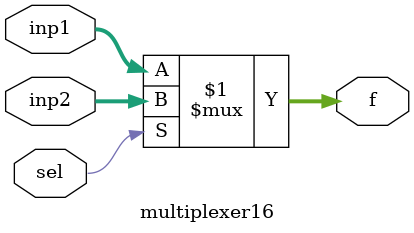
<source format=v>
module condSumAdder16(Sum, Cout, x, y, Cin);
	input Cin;
	input [15:0] x;
	input [15:0] y;
	output wire [15:0] Sum;
	output wire Cout;
	
	wire S00010; //Naming [ 'S'um or 'C'arryout][ Number( 00, 01,..., 15)][ Block width( 01, 02, 04, 08, 16)][ Carry In( 0, 1)]
	wire S01010;
	wire S02010;
	wire S03010;
	wire S04010;
	wire S05010;
	wire S06010;
	wire S07010;
	wire S08010;
	wire S09010;
	wire S10010;
	wire S11010;
	wire S12010;
	wire S13010;
	wire S14010;
	wire S15010;
	
	wire C00010; // carry
	wire C01010;
	wire C02010;
	wire C03010;
	wire C04010;
	wire C05010;
	wire C06010;
	wire C07010;
	wire C08010;
	wire C09010;
	wire C10010;
	wire C11010;
	wire C12010;
	wire C13010;
	wire C14010;
	wire C15010;
	
	
	wire S00011; //block width 1 and carry in 1
	wire S01011;
	wire S02011;
	wire S03011;
	wire S04011;
	wire S05011;
	wire S06011;
	wire S07011;
	wire S08011;
	wire S09011;
	wire S10011;
	wire S11011;
	wire S12011;
	wire S13011;
	wire S14011;
	wire S15011;
	
	wire C00011;// carry
	wire C01011;
	wire C02011;
	wire C03011;
	wire C04011;
	wire C05011;
	wire C06011;
	wire C07011;
	wire C08011;
	wire C09011;
	wire C10011;
	wire C11011;
	wire C12011;
	wire C13011;
	wire C14011;
	wire C15011;
	
	
	wire [1:0] S00020; //block width 2 and carry in 0
	wire [1:0] S01020;
	wire [1:0] S02020;
	wire [1:0] S03020;
	wire [1:0] S04020;
	wire [1:0] S05020;
	wire [1:0] S06020;
	wire [1:0] S07020;
	
	wire C00020; // carry
	wire C01020;
	wire C02020;
	wire C03020;
	wire C04020;
	wire C05020;
	wire C06020;
	wire C07020;
	
	
	wire [1:0] S00021; //block width 2 and carry in 1
	wire [1:0] S01021;
	wire [1:0] S02021;
	wire [1:0] S03021;
	wire [1:0] S04021;
	wire [1:0] S05021;
	wire [1:0] S06021;
	wire [1:0] S07021;
	
	wire C00021;// carry
	wire C01021;
	wire C02021;
	wire C03021;
	wire C04021;
	wire C05021;
	wire C06021;
	wire C07021;
	
	
	wire [3:0] S00040; //block width 4 and carry in 0
	wire [3:0] S01040;
	wire [3:0] S02040;
	wire [3:0] S03040;
	
	wire C00040; // carry
	wire C01040;
	wire C02040;
	wire C03040;
	
	
	wire [3:0] S00041; //block width 4 and carry in 1
	wire [3:0] S01041;
	wire [3:0] S02041;
	wire [3:0] S03041;
	
	wire C00041;// carry
	wire C01041;
	wire C02041;
	wire C03041;
	
	
	wire [7:0] S00080; //block width 8 and carry in 0
	wire [7:0] S01080;
	
	wire C00080; // carry
	wire C01080;
	
	
	wire [7:0] S00081; //block width 8 and carry in 1
	wire [7:0] S01081;
	
	wire C00081;// carry
	wire C01081;
	
	
	wire [15:0] S00160; //block width 16 and carry in 0
	
	wire C00160; // carry
	
	
	wire [15:0] S00161; //block width 16 and carry in 1
	
	wire C00161;// carry

	
	wire tempC01;
	wire tempC02;
	wire tempC03;
	wire tempC04;
	wire tempC05;
	wire tempC06;
	wire tempC07;
	wire tempC08;
	wire tempC09;
	wire tempC10;
	wire tempC11;
	wire tempC12;
	wire tempC13;
	wire tempC14;
	wire tempC15;
	wire tempC16;
	wire tempC17;
	wire tempC18;
	wire tempC19;
	wire tempC20;
	wire tempC21;
	wire tempC22;
	wire tempC23;
	wire tempC24;
	wire tempC25;
	wire tempC26;
	wire tempC27;
	wire tempC28;
	wire tempC29;
	wire tempC30;
	

	//full adder for cin 0 
	fullAdder1 inst01(S00010, C00010, x[0], y[0], 1'b0);
	fullAdder1 inst02(S01010, C01010, x[1], y[1], 1'b0);
	fullAdder1 inst03(S02010, C02010, x[2], y[2], 1'b0);
	fullAdder1 inst04(S03010, C03010, x[3], y[3], 1'b0);
	fullAdder1 inst05(S04010, C04010, x[4], y[4], 1'b0);
	fullAdder1 inst06(S05010, C05010, x[5], y[5], 1'b0);
	fullAdder1 inst07(S06010, C06010, x[6], y[6], 1'b0);
	fullAdder1 inst08(S07010, C07010, x[7], y[7], 1'b0);
	fullAdder1 inst09(S08010, C08010, x[8], y[8], 1'b0);
	fullAdder1 inst10(S09010, C09010, x[9], y[9], 1'b0);
	fullAdder1 inst11(S10010, C10010, x[10], y[10], 1'b0);
	fullAdder1 inst12(S11010, C11010, x[11], y[11], 1'b0);
	fullAdder1 inst13(S12010, C12010, x[12], y[12], 1'b0);
	fullAdder1 inst14(S13010, C13010, x[13], y[13], 1'b0);
	fullAdder1 inst15(S14010, C14010, x[14], y[14], 1'b0);
	fullAdder1 inst16(S15010, C15010, x[15], y[15], 1'b0);
	
	//full adder for cin 1 
	fullAdder1 inst17(S00011, C00011, x[0], y[0], 1'b1);
	fullAdder1 inst18(S01011, C01011, x[1], y[1], 1'b1);
	fullAdder1 inst19(S02011, C02011, x[2], y[2], 1'b1);
	fullAdder1 inst20(S03011, C03011, x[3], y[3], 1'b1);
	fullAdder1 inst21(S04011, C04011, x[4], y[4], 1'b1);
	fullAdder1 inst22(S05011, C05011, x[5], y[5], 1'b1);
	fullAdder1 inst23(S06011, C06011, x[6], y[6], 1'b1);
	fullAdder1 inst24(S07011, C07011, x[7], y[7], 1'b1);
	fullAdder1 inst25(S08011, C08011, x[8], y[8], 1'b1);
	fullAdder1 inst26(S09011, C09011, x[9], y[9], 1'b1);
	fullAdder1 inst27(S10011, C10011, x[10], y[10], 1'b1);
	fullAdder1 inst28(S11011, C11011, x[11], y[11], 1'b1);
	fullAdder1 inst29(S12011, C12011, x[12], y[12], 1'b1);
	fullAdder1 inst30(S13011, C13011, x[13], y[13], 1'b1);
	fullAdder1 inst31(S14011, C14011, x[14], y[14], 1'b1);
	fullAdder1 inst32(S15011, C15011, x[15], y[15], 1'b1);

		
	//mux for block width 2 carry in 0
	multiplexer01 inst33( {tempC01,S00020[0]}, {C00010,S00010}, {C00011,S00011}, 1'b0);
	multiplexer01 inst34( {C00020,S00020[1]}, {C01010,S01010}, {C01011,S01011}, tempC01);
	multiplexer01 inst35( {tempC02,S01020[0]}, {C02010,S02010}, {C02011,S02011}, 1'b0);
	multiplexer01 inst36( {C01020,S01020[1]}, {C03010,S03010}, {C03011,S03011}, tempC02);
	multiplexer01 inst37( {tempC03,S02020[0]}, {C04010,S04010}, {C04011,S04011}, 1'b0);
	multiplexer01 inst38( {C02020,S02020[1]}, {C05010,S05010}, {C05011,S05011}, tempC03);
	multiplexer01 inst39( {tempC04,S03020[0]}, {C06010,S06010}, {C06011,S06011}, 1'b0);
	multiplexer01 inst40( {C03020,S03020[1]}, {C07010,S07010}, {C07011,S07011}, tempC04);
	multiplexer01 inst41( {tempC05,S04020[0]}, {C08010,S08010}, {C08011,S08011}, 1'b0);
	multiplexer01 inst42( {C04020,S04020[1]}, {C09010,S09010}, {C09011,S09011}, tempC05);
	multiplexer01 inst43( {tempC06,S05020[0]}, {C10010,S10010}, {C10011,S10011}, 1'b0);
	multiplexer01 inst44( {C05020,S05020[1]}, {C11010,S11010}, {C11011,S11011}, tempC06);
	multiplexer01 inst45( {tempC07,S06020[0]}, {C12010,S12010}, {C12011,S12011}, 1'b0);
	multiplexer01 inst46( {C06020,S06020[1]}, {C13010,S13010}, {C13011,S13011}, tempC07);
	multiplexer01 inst47( {tempC08,S07020[0]}, {C14010,S14010}, {C14011,S14011}, 1'b0);
	multiplexer01 inst48( {C07020,S07020[1]}, {C15010,S15010}, {C15011,S15011}, tempC08);

	//mux for block width 2 carry in 1
	multiplexer01 inst49( {tempC09,S00021[0]}, {C00010,S00010}, {C00011,S00011}, 1'b1);
	multiplexer01 inst50( {C00021,S00021[1]}, {C01010,S01010}, {C01011,S01011}, tempC09);
	multiplexer01 inst51( {tempC10,S01021[0]}, {C02010,S02010}, {C02011,S02011}, 1'b1);
	multiplexer01 inst52( {C01021,S01021[1]}, {C03010,S03010}, {C03011,S03011}, tempC10);
	multiplexer01 inst53( {tempC11,S02021[0]}, {C04010,S04010}, {C04011,S04011}, 1'b1);
	multiplexer01 inst54( {C02021,S02021[1]}, {C05010,S05010}, {C05011,S05011}, tempC11);
	multiplexer01 inst55( {tempC12,S03021[0]}, {C06010,S06010}, {C06011,S06011}, 1'b1);
	multiplexer01 inst56( {C03021,S03021[1]}, {C07010,S07010}, {C07011,S07011}, tempC12);
	multiplexer01 inst57( {tempC13,S04021[0]}, {C08010,S08010}, {C08011,S08011}, 1'b1);
	multiplexer01 inst58( {C04021,S04021[1]}, {C09010,S09010}, {C09011,S09011}, tempC13);
	multiplexer01 inst59( {tempC14,S05021[0]}, {C10010,S10010}, {C10011,S10011}, 1'b1);
	multiplexer01 inst60( {C05021,S05021[1]}, {C11010,S11010}, {C11011,S11011}, tempC14);
	multiplexer01 inst61( {tempC15,S06021[0]}, {C12010,S12010}, {C12011,S12011}, 1'b1);
	multiplexer01 inst62( {C06021,S06021[1]}, {C13010,S13010}, {C13011,S13011}, tempC15);
	multiplexer01 inst63( {tempC16,S07021[0]}, {C14010,S14010}, {C14011,S14011}, 1'b1);
	multiplexer01 inst64( {C07021,S07021[1]}, {C15010,S15010}, {C15011,S15011}, tempC16);
	
	
	//mux for block width 2 carry in 0
	multiplexer02 inst65( {tempC17,S00040[1:0]}, {C00020,S00020[1:0]}, {C00021,S00021[1:0]}, 1'b0);
	multiplexer02 inst66( {C00040,S00040[3:2]}, {C01020,S01020[1:0]}, {C01021,S01021[1:0]}, tempC17);
	multiplexer02 inst67( {tempC18,S01040[1:0]}, {C02020,S02020[1:0]}, {C02021,S02021[1:0]}, 1'b0);
	multiplexer02 inst68( {C01040,S01040[3:2]}, {C03020,S03020[1:0]}, {C03021,S03021[1:0]}, tempC18);
	multiplexer02 inst69( {tempC19,S02040[1:0]}, {C04020,S04020[1:0]}, {C04021,S04021[1:0]}, 1'b0);
	multiplexer02 inst70( {C02040,S02040[3:2]}, {C05020,S05020[1:0]}, {C05021,S05021[1:0]}, tempC19);
	multiplexer02 inst71( {tempC20,S03040[1:0]}, {C06020,S06020[1:0]}, {C06021,S06021[1:0]}, 1'b0);
	multiplexer02 inst72( {C03040,S03040[3:2]}, {C07020,S07020[1:0]}, {C07021,S07021[1:0]}, tempC20);

	//mux for block width 2 carry in 1
	multiplexer02 inst73( {tempC21,S00041[1:0]}, {C00020,S00020[1:0]}, {C00021,S00021[1:0]}, 1'b1);
	multiplexer02 inst74( {C00041,S00041[3:2]}, {C01020,S01020[1:0]}, {C01021,S01021[1:0]}, tempC21);
	multiplexer02 inst75( {tempC22,S01041[1:0]}, {C02020,S02020[1:0]}, {C02021,S02021[1:0]}, 1'b1);
	multiplexer02 inst76( {C01041,S01041[3:2]}, {C03020,S03020[1:0]}, {C03021,S03021[1:0]}, tempC22);
	multiplexer02 inst77( {tempC23,S02041[1:0]}, {C04020,S04020[1:0]}, {C04021,S04021[1:0]}, 1'b1);
	multiplexer02 inst78( {C02041,S02041[3:2]}, {C05020,S05020[1:0]}, {C05021,S05021[1:0]}, tempC23);
	multiplexer02 inst79( {tempC24,S03041[1:0]}, {C06020,S06020[1:0]}, {C06021,S06021[1:0]}, 1'b1);
	multiplexer02 inst80( {C03041,S03041[3:2]}, {C07020,S07020[1:0]}, {C07021,S07021[1:0]}, tempC24);

	
	//mux for block width 4 carry in 0
	multiplexer04 inst81( {tempC25,S00080[3:0]}, {C00040,S00040[3:0]}, {C00041,S00041[3:0]}, 1'b0);
	multiplexer04 inst82( {C00080,S00080[7:4]}, {C01040,S01040[3:0]}, {C01041,S01041[3:0]}, tempC25);
	multiplexer04 inst83( {tempC26,S01080[3:0]}, {C02040,S02040[3:0]}, {C02041,S02041[3:0]}, 1'b0);
	multiplexer04 inst84( {C01080,S01080[7:4]}, {C03040,S03040[3:0]}, {C03041,S03041[3:0]}, tempC26);
	
	//mux for block width 4 carry in 1
	multiplexer04 inst85( {tempC27,S00081[3:0]}, {C00040,S00040[3:0]}, {C00041,S00041[3:0]}, 1'b1);
	multiplexer04 inst86( {C00081,S00081[7:4]}, {C01040,S01040[3:0]}, {C01041,S01041[3:0]}, tempC27);
	multiplexer04 inst87( {tempC28,S01081[3:0]}, {C02040,S02040[3:0]}, {C02041,S02041[3:0]}, 1'b1);
	multiplexer04 inst88( {C01081,S01081[7:4]}, {C03040,S03040[3:0]}, {C03041,S03041[3:0]}, tempC28);

	
	//mux for block width 8 carry in 0
	multiplexer08 inst89( {tempC29,S00160[7:0]}, {C00080,S00080[7:0]}, {C00081,S00081[7:0]}, 1'b0);
	multiplexer08 inst90( {C00160,S00160[15:8]}, {C01080,S01080[7:0]}, {C01081,S01081[7:0]}, tempC29);

	//mux for block width 8 carry in 1
	multiplexer08 inst91( {tempC30,S00161[7:0]}, {C00080,S00080[7:0]}, {C00081,S00081[7:0]}, 1'b1);
	multiplexer08 inst92( {C00161,S00161[15:8]}, {C01080,S01080[7:0]}, {C01081,S01081[7:0]}, tempC30);

	
	//mux for block width 16 carry in Cin
	multiplexer16 inst93( {Cout,Sum[15:0]}, {C00160,S00160[15:0]}, {C00161,S00161[15:0]}, Cin);

	
endmodule

module fullAdder1(sum, cout, op1, op2, cin);
	input cin, op1, op2;
	output cout, sum;
		
	assign sum = cin^(op1^op2);
	assign cout = ((op1^op2)&cin) | (op1&op2);	
	
endmodule

module multiplexer01(f, inp1, inp2, sel);//to choose from block width 1
	input sel;
	input [1:0] inp1;
	input [1:0] inp2;
	output wire [1:0] f;
	
	assign f = sel ? inp2 : inp1;
endmodule

module multiplexer02(f, inp1, inp2, sel);//to choose from block width 2
	input sel;
	input [2:0] inp1;
	input [2:0] inp2;
	output wire [2:0] f;
	
	assign f = sel ? inp2 : inp1;
endmodule

module multiplexer04(f, inp1, inp2, sel);//to choose from block width 4
	input sel;
	input [4:0] inp1;
	input [4:0] inp2;
	output wire [4:0] f;
	
	assign f = sel ? inp2 : inp1;
endmodule

module multiplexer08(f, inp1, inp2, sel);//to choose from block width 8
	input sel;
	input [8:0] inp1;
	input [8:0] inp2;
	output wire [8:0] f;
	
	assign f = sel ? inp2 : inp1;
endmodule

module multiplexer16(f, inp1, inp2, sel);//to choose from block width 16
	input sel;
	input [16:0] inp1;
	input [16:0] inp2;
	output wire [16:0] f;
	
	assign f = sel ? inp2 : inp1;
endmodule

</source>
